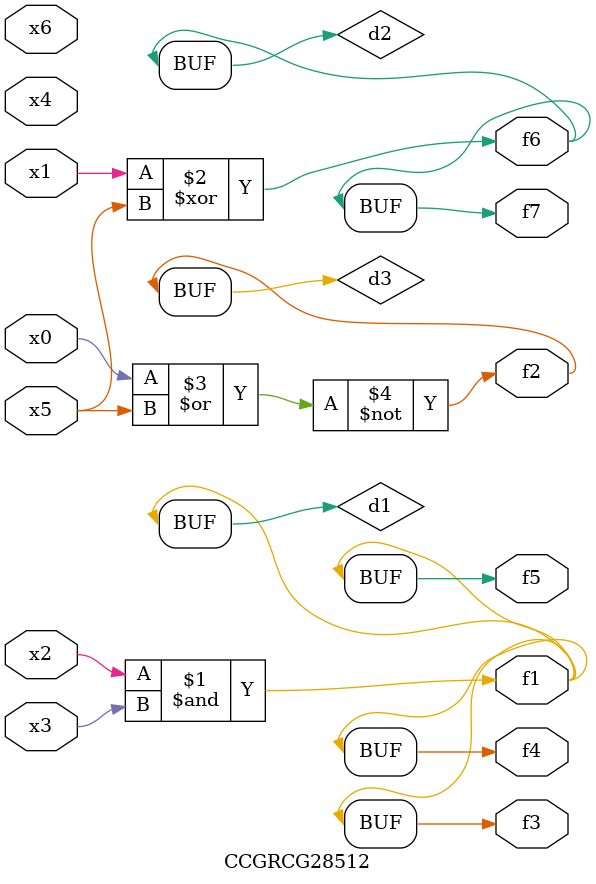
<source format=v>
module CCGRCG28512(
	input x0, x1, x2, x3, x4, x5, x6,
	output f1, f2, f3, f4, f5, f6, f7
);

	wire d1, d2, d3;

	and (d1, x2, x3);
	xor (d2, x1, x5);
	nor (d3, x0, x5);
	assign f1 = d1;
	assign f2 = d3;
	assign f3 = d1;
	assign f4 = d1;
	assign f5 = d1;
	assign f6 = d2;
	assign f7 = d2;
endmodule

</source>
